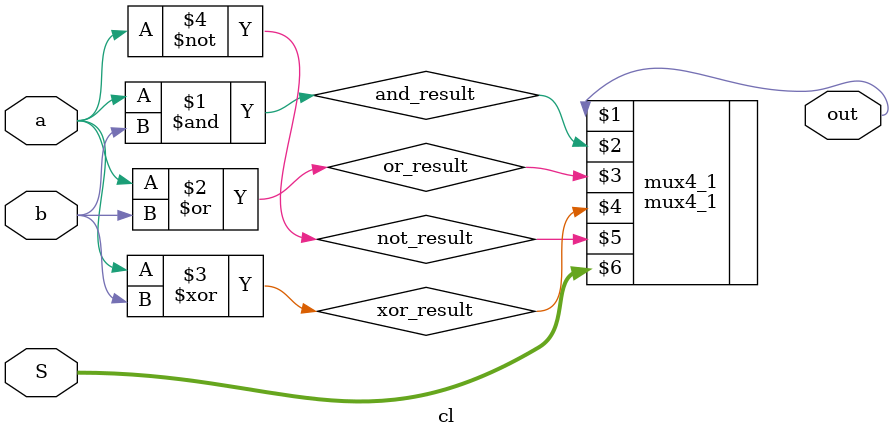
<source format=v>
module cl(output wire out, input wire a, b, input wire [1:0] S);

  wire and_result, or_result, xor_result, not_result;
  and and1(and_result, a, b);
  or or1(or_result, a, b);
  xor xor1(xor_result, a, b);
  not not1(not_result, a);
  mux4_1 mux4_1(out, and_result, or_result, xor_result, not_result, S);

endmodule
</source>
